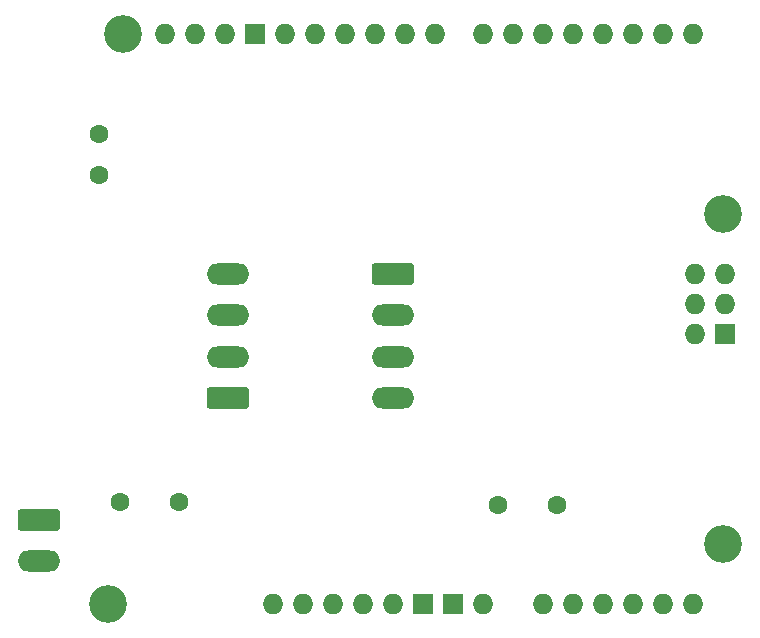
<source format=gbr>
%TF.GenerationSoftware,KiCad,Pcbnew,(7.0.0)*%
%TF.CreationDate,2023-03-25T14:04:38-05:00*%
%TF.ProjectId,TurretCtl,54757272-6574-4437-946c-2e6b69636164,rev?*%
%TF.SameCoordinates,Original*%
%TF.FileFunction,Soldermask,Bot*%
%TF.FilePolarity,Negative*%
%FSLAX46Y46*%
G04 Gerber Fmt 4.6, Leading zero omitted, Abs format (unit mm)*
G04 Created by KiCad (PCBNEW (7.0.0)) date 2023-03-25 14:04:38*
%MOMM*%
%LPD*%
G01*
G04 APERTURE LIST*
G04 Aperture macros list*
%AMRoundRect*
0 Rectangle with rounded corners*
0 $1 Rounding radius*
0 $2 $3 $4 $5 $6 $7 $8 $9 X,Y pos of 4 corners*
0 Add a 4 corners polygon primitive as box body*
4,1,4,$2,$3,$4,$5,$6,$7,$8,$9,$2,$3,0*
0 Add four circle primitives for the rounded corners*
1,1,$1+$1,$2,$3*
1,1,$1+$1,$4,$5*
1,1,$1+$1,$6,$7*
1,1,$1+$1,$8,$9*
0 Add four rect primitives between the rounded corners*
20,1,$1+$1,$2,$3,$4,$5,0*
20,1,$1+$1,$4,$5,$6,$7,0*
20,1,$1+$1,$6,$7,$8,$9,0*
20,1,$1+$1,$8,$9,$2,$3,0*%
G04 Aperture macros list end*
%ADD10RoundRect,0.250000X-1.550000X0.650000X-1.550000X-0.650000X1.550000X-0.650000X1.550000X0.650000X0*%
%ADD11O,3.600000X1.800000*%
%ADD12RoundRect,0.250000X1.550000X-0.650000X1.550000X0.650000X-1.550000X0.650000X-1.550000X-0.650000X0*%
%ADD13C,3.200000*%
%ADD14O,1.727200X1.727200*%
%ADD15R,1.727200X1.727200*%
%ADD16C,1.600000*%
G04 APERTURE END LIST*
D10*
%TO.C,J3*%
X60960000Y-83820000D03*
D11*
X60959999Y-87319999D03*
X60959999Y-90819999D03*
X60959999Y-94319999D03*
%TD*%
D12*
%TO.C,J2*%
X46990000Y-94320000D03*
D11*
X46989999Y-90819999D03*
X46989999Y-87319999D03*
X46989999Y-83819999D03*
%TD*%
D13*
%TO.C,XA1*%
X36830000Y-111760000D03*
X38100000Y-63500000D03*
D14*
X50799999Y-111759999D03*
D13*
X88900000Y-78740000D03*
X88900000Y-106680000D03*
D14*
X58419999Y-111759999D03*
X60959999Y-111759999D03*
X89026999Y-83819999D03*
X73659999Y-111759999D03*
X76199999Y-111759999D03*
X78739999Y-111759999D03*
X81279999Y-111759999D03*
X83819999Y-111759999D03*
X86359999Y-111759999D03*
X46735999Y-63499999D03*
X86359999Y-63499999D03*
X83819999Y-63499999D03*
X81279999Y-63499999D03*
X78739999Y-63499999D03*
X76199999Y-63499999D03*
X73659999Y-63499999D03*
X71119999Y-63499999D03*
X68579999Y-63499999D03*
X64515999Y-63499999D03*
X61975999Y-63499999D03*
X59435999Y-63499999D03*
X56895999Y-63499999D03*
X54355999Y-63499999D03*
X51815999Y-63499999D03*
D15*
X49275999Y-63499999D03*
X63499999Y-111759999D03*
X66039999Y-111759999D03*
X89026999Y-88899999D03*
D14*
X53339999Y-111759999D03*
X86486999Y-83819999D03*
X89026999Y-86359999D03*
X55879999Y-111759999D03*
X86486999Y-88899999D03*
X86486999Y-86359999D03*
X41655999Y-63499999D03*
X44195999Y-63499999D03*
X68579999Y-111759999D03*
%TD*%
D16*
%TO.C,C12*%
X69850000Y-103378000D03*
X74850000Y-103378000D03*
%TD*%
%TO.C,C7*%
X42846000Y-103124000D03*
X37846000Y-103124000D03*
%TD*%
%TO.C,C15*%
X36068000Y-75438000D03*
X36068000Y-71938000D03*
%TD*%
D10*
%TO.C,J4*%
X30988000Y-104648000D03*
D11*
X30987999Y-108147999D03*
%TD*%
M02*

</source>
